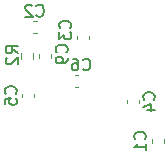
<source format=gbr>
%TF.GenerationSoftware,KiCad,Pcbnew,7.0.9*%
%TF.CreationDate,2024-03-27T20:05:08+00:00*%
%TF.ProjectId,USBHIDAdapter,55534248-4944-4416-9461-707465722e6b,rev?*%
%TF.SameCoordinates,Original*%
%TF.FileFunction,Legend,Bot*%
%TF.FilePolarity,Positive*%
%FSLAX46Y46*%
G04 Gerber Fmt 4.6, Leading zero omitted, Abs format (unit mm)*
G04 Created by KiCad (PCBNEW 7.0.9) date 2024-03-27 20:05:08*
%MOMM*%
%LPD*%
G01*
G04 APERTURE LIST*
%ADD10C,0.150000*%
%ADD11C,0.120000*%
G04 APERTURE END LIST*
D10*
X137410380Y-97394733D02*
X137458000Y-97347114D01*
X137458000Y-97347114D02*
X137505619Y-97204257D01*
X137505619Y-97204257D02*
X137505619Y-97109019D01*
X137505619Y-97109019D02*
X137458000Y-96966162D01*
X137458000Y-96966162D02*
X137362761Y-96870924D01*
X137362761Y-96870924D02*
X137267523Y-96823305D01*
X137267523Y-96823305D02*
X137077047Y-96775686D01*
X137077047Y-96775686D02*
X136934190Y-96775686D01*
X136934190Y-96775686D02*
X136743714Y-96823305D01*
X136743714Y-96823305D02*
X136648476Y-96870924D01*
X136648476Y-96870924D02*
X136553238Y-96966162D01*
X136553238Y-96966162D02*
X136505619Y-97109019D01*
X136505619Y-97109019D02*
X136505619Y-97204257D01*
X136505619Y-97204257D02*
X136553238Y-97347114D01*
X136553238Y-97347114D02*
X136600857Y-97394733D01*
X137505619Y-98347114D02*
X137505619Y-97775686D01*
X137505619Y-98061400D02*
X136505619Y-98061400D01*
X136505619Y-98061400D02*
X136648476Y-97966162D01*
X136648476Y-97966162D02*
X136743714Y-97870924D01*
X136743714Y-97870924D02*
X136791333Y-97775686D01*
X128233466Y-86922780D02*
X128281085Y-86970400D01*
X128281085Y-86970400D02*
X128423942Y-87018019D01*
X128423942Y-87018019D02*
X128519180Y-87018019D01*
X128519180Y-87018019D02*
X128662037Y-86970400D01*
X128662037Y-86970400D02*
X128757275Y-86875161D01*
X128757275Y-86875161D02*
X128804894Y-86779923D01*
X128804894Y-86779923D02*
X128852513Y-86589447D01*
X128852513Y-86589447D02*
X128852513Y-86446590D01*
X128852513Y-86446590D02*
X128804894Y-86256114D01*
X128804894Y-86256114D02*
X128757275Y-86160876D01*
X128757275Y-86160876D02*
X128662037Y-86065638D01*
X128662037Y-86065638D02*
X128519180Y-86018019D01*
X128519180Y-86018019D02*
X128423942Y-86018019D01*
X128423942Y-86018019D02*
X128281085Y-86065638D01*
X128281085Y-86065638D02*
X128233466Y-86113257D01*
X127852513Y-86113257D02*
X127804894Y-86065638D01*
X127804894Y-86065638D02*
X127709656Y-86018019D01*
X127709656Y-86018019D02*
X127471561Y-86018019D01*
X127471561Y-86018019D02*
X127376323Y-86065638D01*
X127376323Y-86065638D02*
X127328704Y-86113257D01*
X127328704Y-86113257D02*
X127281085Y-86208495D01*
X127281085Y-86208495D02*
X127281085Y-86303733D01*
X127281085Y-86303733D02*
X127328704Y-86446590D01*
X127328704Y-86446590D02*
X127900132Y-87018019D01*
X127900132Y-87018019D02*
X127281085Y-87018019D01*
X138162180Y-94041933D02*
X138209800Y-93994314D01*
X138209800Y-93994314D02*
X138257419Y-93851457D01*
X138257419Y-93851457D02*
X138257419Y-93756219D01*
X138257419Y-93756219D02*
X138209800Y-93613362D01*
X138209800Y-93613362D02*
X138114561Y-93518124D01*
X138114561Y-93518124D02*
X138019323Y-93470505D01*
X138019323Y-93470505D02*
X137828847Y-93422886D01*
X137828847Y-93422886D02*
X137685990Y-93422886D01*
X137685990Y-93422886D02*
X137495514Y-93470505D01*
X137495514Y-93470505D02*
X137400276Y-93518124D01*
X137400276Y-93518124D02*
X137305038Y-93613362D01*
X137305038Y-93613362D02*
X137257419Y-93756219D01*
X137257419Y-93756219D02*
X137257419Y-93851457D01*
X137257419Y-93851457D02*
X137305038Y-93994314D01*
X137305038Y-93994314D02*
X137352657Y-94041933D01*
X137590752Y-94899076D02*
X138257419Y-94899076D01*
X137209800Y-94660981D02*
X137924085Y-94422886D01*
X137924085Y-94422886D02*
X137924085Y-95041933D01*
X132170466Y-91469380D02*
X132218085Y-91517000D01*
X132218085Y-91517000D02*
X132360942Y-91564619D01*
X132360942Y-91564619D02*
X132456180Y-91564619D01*
X132456180Y-91564619D02*
X132599037Y-91517000D01*
X132599037Y-91517000D02*
X132694275Y-91421761D01*
X132694275Y-91421761D02*
X132741894Y-91326523D01*
X132741894Y-91326523D02*
X132789513Y-91136047D01*
X132789513Y-91136047D02*
X132789513Y-90993190D01*
X132789513Y-90993190D02*
X132741894Y-90802714D01*
X132741894Y-90802714D02*
X132694275Y-90707476D01*
X132694275Y-90707476D02*
X132599037Y-90612238D01*
X132599037Y-90612238D02*
X132456180Y-90564619D01*
X132456180Y-90564619D02*
X132360942Y-90564619D01*
X132360942Y-90564619D02*
X132218085Y-90612238D01*
X132218085Y-90612238D02*
X132170466Y-90659857D01*
X131313323Y-90564619D02*
X131503799Y-90564619D01*
X131503799Y-90564619D02*
X131599037Y-90612238D01*
X131599037Y-90612238D02*
X131646656Y-90659857D01*
X131646656Y-90659857D02*
X131741894Y-90802714D01*
X131741894Y-90802714D02*
X131789513Y-90993190D01*
X131789513Y-90993190D02*
X131789513Y-91374142D01*
X131789513Y-91374142D02*
X131741894Y-91469380D01*
X131741894Y-91469380D02*
X131694275Y-91517000D01*
X131694275Y-91517000D02*
X131599037Y-91564619D01*
X131599037Y-91564619D02*
X131408561Y-91564619D01*
X131408561Y-91564619D02*
X131313323Y-91517000D01*
X131313323Y-91517000D02*
X131265704Y-91469380D01*
X131265704Y-91469380D02*
X131218085Y-91374142D01*
X131218085Y-91374142D02*
X131218085Y-91136047D01*
X131218085Y-91136047D02*
X131265704Y-91040809D01*
X131265704Y-91040809D02*
X131313323Y-90993190D01*
X131313323Y-90993190D02*
X131408561Y-90945571D01*
X131408561Y-90945571D02*
X131599037Y-90945571D01*
X131599037Y-90945571D02*
X131694275Y-90993190D01*
X131694275Y-90993190D02*
X131741894Y-91040809D01*
X131741894Y-91040809D02*
X131789513Y-91136047D01*
X131067980Y-87971333D02*
X131115600Y-87923714D01*
X131115600Y-87923714D02*
X131163219Y-87780857D01*
X131163219Y-87780857D02*
X131163219Y-87685619D01*
X131163219Y-87685619D02*
X131115600Y-87542762D01*
X131115600Y-87542762D02*
X131020361Y-87447524D01*
X131020361Y-87447524D02*
X130925123Y-87399905D01*
X130925123Y-87399905D02*
X130734647Y-87352286D01*
X130734647Y-87352286D02*
X130591790Y-87352286D01*
X130591790Y-87352286D02*
X130401314Y-87399905D01*
X130401314Y-87399905D02*
X130306076Y-87447524D01*
X130306076Y-87447524D02*
X130210838Y-87542762D01*
X130210838Y-87542762D02*
X130163219Y-87685619D01*
X130163219Y-87685619D02*
X130163219Y-87780857D01*
X130163219Y-87780857D02*
X130210838Y-87923714D01*
X130210838Y-87923714D02*
X130258457Y-87971333D01*
X130163219Y-88304667D02*
X130163219Y-88923714D01*
X130163219Y-88923714D02*
X130544171Y-88590381D01*
X130544171Y-88590381D02*
X130544171Y-88733238D01*
X130544171Y-88733238D02*
X130591790Y-88828476D01*
X130591790Y-88828476D02*
X130639409Y-88876095D01*
X130639409Y-88876095D02*
X130734647Y-88923714D01*
X130734647Y-88923714D02*
X130972742Y-88923714D01*
X130972742Y-88923714D02*
X131067980Y-88876095D01*
X131067980Y-88876095D02*
X131115600Y-88828476D01*
X131115600Y-88828476D02*
X131163219Y-88733238D01*
X131163219Y-88733238D02*
X131163219Y-88447524D01*
X131163219Y-88447524D02*
X131115600Y-88352286D01*
X131115600Y-88352286D02*
X131067980Y-88304667D01*
X126462980Y-93533933D02*
X126510600Y-93486314D01*
X126510600Y-93486314D02*
X126558219Y-93343457D01*
X126558219Y-93343457D02*
X126558219Y-93248219D01*
X126558219Y-93248219D02*
X126510600Y-93105362D01*
X126510600Y-93105362D02*
X126415361Y-93010124D01*
X126415361Y-93010124D02*
X126320123Y-92962505D01*
X126320123Y-92962505D02*
X126129647Y-92914886D01*
X126129647Y-92914886D02*
X125986790Y-92914886D01*
X125986790Y-92914886D02*
X125796314Y-92962505D01*
X125796314Y-92962505D02*
X125701076Y-93010124D01*
X125701076Y-93010124D02*
X125605838Y-93105362D01*
X125605838Y-93105362D02*
X125558219Y-93248219D01*
X125558219Y-93248219D02*
X125558219Y-93343457D01*
X125558219Y-93343457D02*
X125605838Y-93486314D01*
X125605838Y-93486314D02*
X125653457Y-93533933D01*
X125558219Y-94438695D02*
X125558219Y-93962505D01*
X125558219Y-93962505D02*
X126034409Y-93914886D01*
X126034409Y-93914886D02*
X125986790Y-93962505D01*
X125986790Y-93962505D02*
X125939171Y-94057743D01*
X125939171Y-94057743D02*
X125939171Y-94295838D01*
X125939171Y-94295838D02*
X125986790Y-94391076D01*
X125986790Y-94391076D02*
X126034409Y-94438695D01*
X126034409Y-94438695D02*
X126129647Y-94486314D01*
X126129647Y-94486314D02*
X126367742Y-94486314D01*
X126367742Y-94486314D02*
X126462980Y-94438695D01*
X126462980Y-94438695D02*
X126510600Y-94391076D01*
X126510600Y-94391076D02*
X126558219Y-94295838D01*
X126558219Y-94295838D02*
X126558219Y-94057743D01*
X126558219Y-94057743D02*
X126510600Y-93962505D01*
X126510600Y-93962505D02*
X126462980Y-93914886D01*
X126642019Y-90104933D02*
X126165828Y-89771600D01*
X126642019Y-89533505D02*
X125642019Y-89533505D01*
X125642019Y-89533505D02*
X125642019Y-89914457D01*
X125642019Y-89914457D02*
X125689638Y-90009695D01*
X125689638Y-90009695D02*
X125737257Y-90057314D01*
X125737257Y-90057314D02*
X125832495Y-90104933D01*
X125832495Y-90104933D02*
X125975352Y-90104933D01*
X125975352Y-90104933D02*
X126070590Y-90057314D01*
X126070590Y-90057314D02*
X126118209Y-90009695D01*
X126118209Y-90009695D02*
X126165828Y-89914457D01*
X126165828Y-89914457D02*
X126165828Y-89533505D01*
X125737257Y-90485886D02*
X125689638Y-90533505D01*
X125689638Y-90533505D02*
X125642019Y-90628743D01*
X125642019Y-90628743D02*
X125642019Y-90866838D01*
X125642019Y-90866838D02*
X125689638Y-90962076D01*
X125689638Y-90962076D02*
X125737257Y-91009695D01*
X125737257Y-91009695D02*
X125832495Y-91057314D01*
X125832495Y-91057314D02*
X125927733Y-91057314D01*
X125927733Y-91057314D02*
X126070590Y-91009695D01*
X126070590Y-91009695D02*
X126642019Y-90438267D01*
X126642019Y-90438267D02*
X126642019Y-91057314D01*
X130763180Y-90028733D02*
X130810800Y-89981114D01*
X130810800Y-89981114D02*
X130858419Y-89838257D01*
X130858419Y-89838257D02*
X130858419Y-89743019D01*
X130858419Y-89743019D02*
X130810800Y-89600162D01*
X130810800Y-89600162D02*
X130715561Y-89504924D01*
X130715561Y-89504924D02*
X130620323Y-89457305D01*
X130620323Y-89457305D02*
X130429847Y-89409686D01*
X130429847Y-89409686D02*
X130286990Y-89409686D01*
X130286990Y-89409686D02*
X130096514Y-89457305D01*
X130096514Y-89457305D02*
X130001276Y-89504924D01*
X130001276Y-89504924D02*
X129906038Y-89600162D01*
X129906038Y-89600162D02*
X129858419Y-89743019D01*
X129858419Y-89743019D02*
X129858419Y-89838257D01*
X129858419Y-89838257D02*
X129906038Y-89981114D01*
X129906038Y-89981114D02*
X129953657Y-90028733D01*
X130858419Y-90504924D02*
X130858419Y-90695400D01*
X130858419Y-90695400D02*
X130810800Y-90790638D01*
X130810800Y-90790638D02*
X130763180Y-90838257D01*
X130763180Y-90838257D02*
X130620323Y-90933495D01*
X130620323Y-90933495D02*
X130429847Y-90981114D01*
X130429847Y-90981114D02*
X130048895Y-90981114D01*
X130048895Y-90981114D02*
X129953657Y-90933495D01*
X129953657Y-90933495D02*
X129906038Y-90885876D01*
X129906038Y-90885876D02*
X129858419Y-90790638D01*
X129858419Y-90790638D02*
X129858419Y-90600162D01*
X129858419Y-90600162D02*
X129906038Y-90504924D01*
X129906038Y-90504924D02*
X129953657Y-90457305D01*
X129953657Y-90457305D02*
X130048895Y-90409686D01*
X130048895Y-90409686D02*
X130286990Y-90409686D01*
X130286990Y-90409686D02*
X130382228Y-90457305D01*
X130382228Y-90457305D02*
X130429847Y-90504924D01*
X130429847Y-90504924D02*
X130477466Y-90600162D01*
X130477466Y-90600162D02*
X130477466Y-90790638D01*
X130477466Y-90790638D02*
X130429847Y-90885876D01*
X130429847Y-90885876D02*
X130382228Y-90933495D01*
X130382228Y-90933495D02*
X130286990Y-90981114D01*
D11*
%TO.C,C1*%
X138990800Y-97415133D02*
X138990800Y-97707667D01*
X137970800Y-97415133D02*
X137970800Y-97707667D01*
%TO.C,C2*%
X127945933Y-87374000D02*
X128238467Y-87374000D01*
X127945933Y-88394000D02*
X128238467Y-88394000D01*
%TO.C,C4*%
X135862600Y-94354867D02*
X135862600Y-94062333D01*
X136882600Y-94354867D02*
X136882600Y-94062333D01*
%TO.C,C6*%
X131743667Y-92991400D02*
X131451133Y-92991400D01*
X131743667Y-91971400D02*
X131451133Y-91971400D01*
%TO.C,C3*%
X132666200Y-88652133D02*
X132666200Y-88944667D01*
X131646200Y-88652133D02*
X131646200Y-88944667D01*
%TO.C,C5*%
X128043400Y-93554333D02*
X128043400Y-93846867D01*
X127023400Y-93554333D02*
X127023400Y-93846867D01*
%TO.C,R2*%
X126934700Y-90602524D02*
X126934700Y-90093076D01*
X127979700Y-90602524D02*
X127979700Y-90093076D01*
%TO.C,C9*%
X129440400Y-90201533D02*
X129440400Y-90494067D01*
X128420400Y-90201533D02*
X128420400Y-90494067D01*
%TD*%
M02*

</source>
